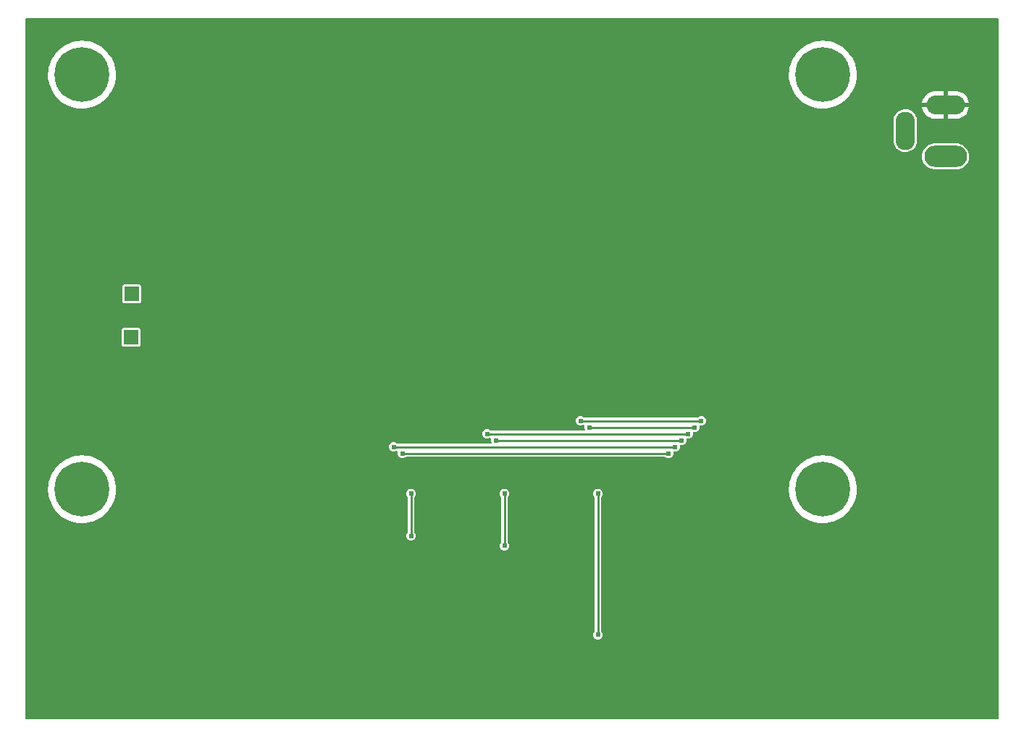
<source format=gbl>
G04 #@! TF.GenerationSoftware,KiCad,Pcbnew,6.0.10-86aedd382b~118~ubuntu18.04.1*
G04 #@! TF.CreationDate,2024-12-31T19:53:44-07:00*
G04 #@! TF.ProjectId,ckt-iiab-test,636b742d-6969-4616-922d-746573742e6b,rev?*
G04 #@! TF.SameCoordinates,Original*
G04 #@! TF.FileFunction,Copper,L2,Bot*
G04 #@! TF.FilePolarity,Positive*
%FSLAX46Y46*%
G04 Gerber Fmt 4.6, Leading zero omitted, Abs format (unit mm)*
G04 Created by KiCad (PCBNEW 6.0.10-86aedd382b~118~ubuntu18.04.1) date 2024-12-31 19:53:44*
%MOMM*%
%LPD*%
G01*
G04 APERTURE LIST*
G04 #@! TA.AperFunction,ComponentPad*
%ADD10C,6.400000*%
G04 #@! TD*
G04 #@! TA.AperFunction,ComponentPad*
%ADD11O,5.000000X2.500000*%
G04 #@! TD*
G04 #@! TA.AperFunction,ComponentPad*
%ADD12O,4.500000X2.250000*%
G04 #@! TD*
G04 #@! TA.AperFunction,ComponentPad*
%ADD13O,2.250000X4.500000*%
G04 #@! TD*
G04 #@! TA.AperFunction,ComponentPad*
%ADD14R,1.700000X1.700000*%
G04 #@! TD*
G04 #@! TA.AperFunction,ViaPad*
%ADD15C,0.609600*%
G04 #@! TD*
G04 #@! TA.AperFunction,Conductor*
%ADD16C,0.254000*%
G04 #@! TD*
G04 APERTURE END LIST*
D10*
X168402000Y-118872000D03*
X168402000Y-70358000D03*
X81788000Y-118872000D03*
X81788000Y-70358000D03*
D11*
X182753000Y-79906000D03*
D12*
X182753000Y-73906000D03*
D13*
X178053000Y-76906000D03*
D14*
X87549990Y-101092000D03*
X87630000Y-96012000D03*
D15*
X182880000Y-99568000D03*
X181610000Y-135890000D03*
X100076000Y-69088000D03*
X136144000Y-121666000D03*
X100076000Y-67437000D03*
X182880000Y-94488000D03*
X167640000Y-135890000D03*
X153670000Y-135890000D03*
X125095000Y-121666000D03*
X142113000Y-135890000D03*
X142113000Y-119380000D03*
X151130000Y-113919000D03*
X118237000Y-113919000D03*
X129159000Y-112395000D03*
X152654000Y-112395000D03*
X154178000Y-110871000D03*
X140081000Y-110871000D03*
X141097000Y-111633000D03*
X153416000Y-111633000D03*
X150368000Y-114681000D03*
X119253000Y-114681000D03*
X120269000Y-124333000D03*
X120269000Y-119380000D03*
X130175000Y-113157000D03*
X151892000Y-113157000D03*
X131191000Y-119380000D03*
X131191000Y-125476000D03*
D16*
X142113000Y-135890000D02*
X142113000Y-119380000D01*
X151130000Y-113919000D02*
X118237000Y-113919000D01*
X152654000Y-112395000D02*
X129159000Y-112395000D01*
X154178000Y-110871000D02*
X140081000Y-110871000D01*
X153416000Y-111633000D02*
X141097000Y-111633000D01*
X150368000Y-114681000D02*
X119253000Y-114681000D01*
X120269000Y-124333000D02*
X120269000Y-119380000D01*
X151892000Y-113157000D02*
X130175000Y-113157000D01*
X131191000Y-125476000D02*
X131191000Y-119380000D01*
G04 #@! TA.AperFunction,Conductor*
G36*
X188917621Y-63774502D02*
G01*
X188964114Y-63828158D01*
X188975500Y-63880500D01*
X188975500Y-145669500D01*
X188955498Y-145737621D01*
X188901842Y-145784114D01*
X188849500Y-145795500D01*
X75310500Y-145795500D01*
X75242379Y-145775498D01*
X75195886Y-145721842D01*
X75184500Y-145669500D01*
X75184500Y-135890000D01*
X141548874Y-135890000D01*
X141568096Y-136036007D01*
X141624453Y-136172063D01*
X141714103Y-136288897D01*
X141830937Y-136378547D01*
X141966993Y-136434904D01*
X141975177Y-136435981D01*
X141975179Y-136435982D01*
X142104812Y-136453048D01*
X142113000Y-136454126D01*
X142121188Y-136453048D01*
X142250821Y-136435982D01*
X142250823Y-136435981D01*
X142259007Y-136434904D01*
X142395063Y-136378547D01*
X142511897Y-136288897D01*
X142601547Y-136172063D01*
X142657904Y-136036007D01*
X142677126Y-135890000D01*
X142657904Y-135743993D01*
X142601547Y-135607937D01*
X142520536Y-135502362D01*
X142494937Y-135436144D01*
X142494500Y-135425660D01*
X142494500Y-119844340D01*
X142514502Y-119776219D01*
X142520527Y-119767650D01*
X142601547Y-119662063D01*
X142657904Y-119526007D01*
X142677126Y-119380000D01*
X142657904Y-119233993D01*
X142601547Y-119097937D01*
X142511897Y-118981103D01*
X142395063Y-118891453D01*
X142259007Y-118835096D01*
X142250823Y-118834019D01*
X142250821Y-118834018D01*
X142121188Y-118816952D01*
X142118575Y-118816608D01*
X164435108Y-118816608D01*
X164435216Y-118819697D01*
X164440911Y-118982773D01*
X164448635Y-119203973D01*
X164449041Y-119207017D01*
X164449042Y-119207027D01*
X164470278Y-119366176D01*
X164499898Y-119588170D01*
X164500598Y-119591154D01*
X164500599Y-119591160D01*
X164557523Y-119833856D01*
X164588407Y-119965530D01*
X164713317Y-120332453D01*
X164873437Y-120685435D01*
X165067238Y-121021108D01*
X165069027Y-121023606D01*
X165069029Y-121023610D01*
X165167615Y-121161313D01*
X165292869Y-121336267D01*
X165548178Y-121627904D01*
X165550426Y-121630015D01*
X165828473Y-121891118D01*
X165828480Y-121891124D01*
X165830728Y-121893235D01*
X165833178Y-121895122D01*
X165833183Y-121895126D01*
X165964477Y-121996236D01*
X166137820Y-122129728D01*
X166140419Y-122131352D01*
X166140429Y-122131359D01*
X166282142Y-122219910D01*
X166466525Y-122335125D01*
X166813704Y-122507467D01*
X167011961Y-122582778D01*
X167173157Y-122644011D01*
X167173162Y-122644013D01*
X167176043Y-122645107D01*
X167550085Y-122746731D01*
X167553128Y-122747246D01*
X167553134Y-122747247D01*
X167929217Y-122810857D01*
X167929224Y-122810858D01*
X167932258Y-122811371D01*
X167935329Y-122811586D01*
X167935331Y-122811586D01*
X168315850Y-122838195D01*
X168315858Y-122838195D01*
X168318916Y-122838409D01*
X168569605Y-122831406D01*
X168703292Y-122827672D01*
X168703295Y-122827672D01*
X168706366Y-122827586D01*
X168709419Y-122827200D01*
X168709423Y-122827200D01*
X168893386Y-122803960D01*
X169090911Y-122779007D01*
X169093915Y-122778325D01*
X169093918Y-122778324D01*
X169465884Y-122693816D01*
X169465890Y-122693814D01*
X169468880Y-122693135D01*
X169613258Y-122645107D01*
X169833742Y-122571762D01*
X169833748Y-122571760D01*
X169836666Y-122570789D01*
X169976439Y-122508558D01*
X170187957Y-122414384D01*
X170187963Y-122414381D01*
X170190757Y-122413137D01*
X170328083Y-122335125D01*
X170525100Y-122223203D01*
X170525099Y-122223203D01*
X170527774Y-122221684D01*
X170658131Y-122129728D01*
X170841970Y-122000045D01*
X170841978Y-122000039D01*
X170844501Y-121998259D01*
X170963982Y-121895126D01*
X171135575Y-121747010D01*
X171137913Y-121744992D01*
X171405211Y-121464302D01*
X171643842Y-121158868D01*
X171645498Y-121156258D01*
X171645504Y-121156250D01*
X171849875Y-120834212D01*
X171849879Y-120834205D01*
X171851529Y-120831605D01*
X172026290Y-120485638D01*
X172027397Y-120482784D01*
X172027401Y-120482775D01*
X172165341Y-120127144D01*
X172165344Y-120127135D01*
X172166456Y-120124268D01*
X172270690Y-119750945D01*
X172337996Y-119369232D01*
X172367732Y-118982773D01*
X172369279Y-118872000D01*
X172367422Y-118834018D01*
X172350495Y-118487934D01*
X172350345Y-118484861D01*
X172293723Y-118101418D01*
X172199954Y-117725330D01*
X172181112Y-117672414D01*
X172070964Y-117363086D01*
X172069932Y-117360187D01*
X171904899Y-117009475D01*
X171706431Y-116676541D01*
X171476421Y-116364563D01*
X171474365Y-116362280D01*
X171474358Y-116362271D01*
X171219134Y-116078816D01*
X171219126Y-116078808D01*
X171217065Y-116076519D01*
X170930839Y-115815159D01*
X170620474Y-115582977D01*
X170567286Y-115550765D01*
X170291562Y-115383780D01*
X170291553Y-115383775D01*
X170288934Y-115382189D01*
X169939382Y-115214712D01*
X169936481Y-115213656D01*
X169578044Y-115083195D01*
X169578041Y-115083194D01*
X169575156Y-115082144D01*
X169572194Y-115081384D01*
X169572186Y-115081381D01*
X169202701Y-114986514D01*
X169202695Y-114986513D01*
X169199732Y-114985752D01*
X168816694Y-114926454D01*
X168429697Y-114904818D01*
X168426619Y-114904947D01*
X168426615Y-114904947D01*
X168175318Y-114915480D01*
X168042435Y-114921049D01*
X168039391Y-114921477D01*
X168039389Y-114921477D01*
X168000617Y-114926926D01*
X167658606Y-114974992D01*
X167281873Y-115066134D01*
X166915831Y-115193603D01*
X166563975Y-115356183D01*
X166229664Y-115552323D01*
X166071505Y-115667232D01*
X165918569Y-115778346D01*
X165918563Y-115778351D01*
X165916088Y-115780149D01*
X165626240Y-116037488D01*
X165624161Y-116039733D01*
X165624154Y-116039740D01*
X165364974Y-116319629D01*
X165362888Y-116321882D01*
X165128545Y-116630618D01*
X164925447Y-116960749D01*
X164755534Y-117309123D01*
X164620427Y-117672414D01*
X164521416Y-118047156D01*
X164459445Y-118429772D01*
X164435108Y-118816608D01*
X142118575Y-118816608D01*
X142113000Y-118815874D01*
X142104812Y-118816952D01*
X141975179Y-118834018D01*
X141975177Y-118834019D01*
X141966993Y-118835096D01*
X141830937Y-118891453D01*
X141714103Y-118981103D01*
X141624453Y-119097937D01*
X141568096Y-119233993D01*
X141548874Y-119380000D01*
X141568096Y-119526007D01*
X141624453Y-119662063D01*
X141705464Y-119767638D01*
X141731063Y-119833856D01*
X141731500Y-119844340D01*
X141731500Y-135425660D01*
X141711498Y-135493781D01*
X141705473Y-135502350D01*
X141624453Y-135607937D01*
X141568096Y-135743993D01*
X141548874Y-135890000D01*
X75184500Y-135890000D01*
X75184500Y-125476000D01*
X130626874Y-125476000D01*
X130646096Y-125622007D01*
X130702453Y-125758063D01*
X130792103Y-125874897D01*
X130908937Y-125964547D01*
X131044993Y-126020904D01*
X131053177Y-126021981D01*
X131053179Y-126021982D01*
X131182812Y-126039048D01*
X131191000Y-126040126D01*
X131199188Y-126039048D01*
X131328821Y-126021982D01*
X131328823Y-126021981D01*
X131337007Y-126020904D01*
X131473063Y-125964547D01*
X131589897Y-125874897D01*
X131679547Y-125758063D01*
X131735904Y-125622007D01*
X131755126Y-125476000D01*
X131735904Y-125329993D01*
X131679547Y-125193937D01*
X131598536Y-125088362D01*
X131572937Y-125022144D01*
X131572500Y-125011660D01*
X131572500Y-119844340D01*
X131592502Y-119776219D01*
X131598527Y-119767650D01*
X131679547Y-119662063D01*
X131735904Y-119526007D01*
X131755126Y-119380000D01*
X131735904Y-119233993D01*
X131679547Y-119097937D01*
X131589897Y-118981103D01*
X131473063Y-118891453D01*
X131337007Y-118835096D01*
X131328823Y-118834019D01*
X131328821Y-118834018D01*
X131199188Y-118816952D01*
X131191000Y-118815874D01*
X131182812Y-118816952D01*
X131053179Y-118834018D01*
X131053177Y-118834019D01*
X131044993Y-118835096D01*
X130908937Y-118891453D01*
X130792103Y-118981103D01*
X130702453Y-119097937D01*
X130646096Y-119233993D01*
X130626874Y-119380000D01*
X130646096Y-119526007D01*
X130702453Y-119662063D01*
X130783464Y-119767638D01*
X130809063Y-119833856D01*
X130809500Y-119844340D01*
X130809500Y-125011660D01*
X130789498Y-125079781D01*
X130783473Y-125088350D01*
X130702453Y-125193937D01*
X130646096Y-125329993D01*
X130626874Y-125476000D01*
X75184500Y-125476000D01*
X75184500Y-124333000D01*
X119704874Y-124333000D01*
X119724096Y-124479007D01*
X119780453Y-124615063D01*
X119870103Y-124731897D01*
X119986937Y-124821547D01*
X120122993Y-124877904D01*
X120131177Y-124878981D01*
X120131179Y-124878982D01*
X120260812Y-124896048D01*
X120269000Y-124897126D01*
X120277188Y-124896048D01*
X120406821Y-124878982D01*
X120406823Y-124878981D01*
X120415007Y-124877904D01*
X120551063Y-124821547D01*
X120667897Y-124731897D01*
X120757547Y-124615063D01*
X120813904Y-124479007D01*
X120833126Y-124333000D01*
X120813904Y-124186993D01*
X120757547Y-124050937D01*
X120676536Y-123945362D01*
X120650937Y-123879144D01*
X120650500Y-123868660D01*
X120650500Y-119844340D01*
X120670502Y-119776219D01*
X120676527Y-119767650D01*
X120757547Y-119662063D01*
X120813904Y-119526007D01*
X120833126Y-119380000D01*
X120813904Y-119233993D01*
X120757547Y-119097937D01*
X120667897Y-118981103D01*
X120551063Y-118891453D01*
X120415007Y-118835096D01*
X120406823Y-118834019D01*
X120406821Y-118834018D01*
X120277188Y-118816952D01*
X120269000Y-118815874D01*
X120260812Y-118816952D01*
X120131179Y-118834018D01*
X120131177Y-118834019D01*
X120122993Y-118835096D01*
X119986937Y-118891453D01*
X119870103Y-118981103D01*
X119780453Y-119097937D01*
X119724096Y-119233993D01*
X119704874Y-119380000D01*
X119724096Y-119526007D01*
X119780453Y-119662063D01*
X119861464Y-119767638D01*
X119887063Y-119833856D01*
X119887500Y-119844340D01*
X119887500Y-123868660D01*
X119867498Y-123936781D01*
X119861473Y-123945350D01*
X119780453Y-124050937D01*
X119724096Y-124186993D01*
X119704874Y-124333000D01*
X75184500Y-124333000D01*
X75184500Y-118816608D01*
X77821108Y-118816608D01*
X77821216Y-118819697D01*
X77826911Y-118982773D01*
X77834635Y-119203973D01*
X77835041Y-119207017D01*
X77835042Y-119207027D01*
X77856278Y-119366176D01*
X77885898Y-119588170D01*
X77886598Y-119591154D01*
X77886599Y-119591160D01*
X77943523Y-119833856D01*
X77974407Y-119965530D01*
X78099317Y-120332453D01*
X78259437Y-120685435D01*
X78453238Y-121021108D01*
X78455027Y-121023606D01*
X78455029Y-121023610D01*
X78553615Y-121161313D01*
X78678869Y-121336267D01*
X78934178Y-121627904D01*
X78936426Y-121630015D01*
X79214473Y-121891118D01*
X79214480Y-121891124D01*
X79216728Y-121893235D01*
X79219178Y-121895122D01*
X79219183Y-121895126D01*
X79350477Y-121996236D01*
X79523820Y-122129728D01*
X79526419Y-122131352D01*
X79526429Y-122131359D01*
X79668142Y-122219910D01*
X79852525Y-122335125D01*
X80199704Y-122507467D01*
X80397961Y-122582778D01*
X80559157Y-122644011D01*
X80559162Y-122644013D01*
X80562043Y-122645107D01*
X80936085Y-122746731D01*
X80939128Y-122747246D01*
X80939134Y-122747247D01*
X81315217Y-122810857D01*
X81315224Y-122810858D01*
X81318258Y-122811371D01*
X81321329Y-122811586D01*
X81321331Y-122811586D01*
X81701850Y-122838195D01*
X81701858Y-122838195D01*
X81704916Y-122838409D01*
X81955605Y-122831406D01*
X82089292Y-122827672D01*
X82089295Y-122827672D01*
X82092366Y-122827586D01*
X82095419Y-122827200D01*
X82095423Y-122827200D01*
X82279386Y-122803960D01*
X82476911Y-122779007D01*
X82479915Y-122778325D01*
X82479918Y-122778324D01*
X82851884Y-122693816D01*
X82851890Y-122693814D01*
X82854880Y-122693135D01*
X82999258Y-122645107D01*
X83219742Y-122571762D01*
X83219748Y-122571760D01*
X83222666Y-122570789D01*
X83362439Y-122508558D01*
X83573957Y-122414384D01*
X83573963Y-122414381D01*
X83576757Y-122413137D01*
X83714083Y-122335125D01*
X83911100Y-122223203D01*
X83911099Y-122223203D01*
X83913774Y-122221684D01*
X84044131Y-122129728D01*
X84227970Y-122000045D01*
X84227978Y-122000039D01*
X84230501Y-121998259D01*
X84349982Y-121895126D01*
X84521575Y-121747010D01*
X84523913Y-121744992D01*
X84791211Y-121464302D01*
X85029842Y-121158868D01*
X85031498Y-121156258D01*
X85031504Y-121156250D01*
X85235875Y-120834212D01*
X85235879Y-120834205D01*
X85237529Y-120831605D01*
X85412290Y-120485638D01*
X85413397Y-120482784D01*
X85413401Y-120482775D01*
X85551341Y-120127144D01*
X85551344Y-120127135D01*
X85552456Y-120124268D01*
X85656690Y-119750945D01*
X85723996Y-119369232D01*
X85753732Y-118982773D01*
X85755279Y-118872000D01*
X85753422Y-118834018D01*
X85736495Y-118487934D01*
X85736345Y-118484861D01*
X85679723Y-118101418D01*
X85585954Y-117725330D01*
X85567112Y-117672414D01*
X85456964Y-117363086D01*
X85455932Y-117360187D01*
X85290899Y-117009475D01*
X85092431Y-116676541D01*
X84862421Y-116364563D01*
X84860365Y-116362280D01*
X84860358Y-116362271D01*
X84605134Y-116078816D01*
X84605126Y-116078808D01*
X84603065Y-116076519D01*
X84316839Y-115815159D01*
X84006474Y-115582977D01*
X83953286Y-115550765D01*
X83677562Y-115383780D01*
X83677553Y-115383775D01*
X83674934Y-115382189D01*
X83325382Y-115214712D01*
X83322481Y-115213656D01*
X82964044Y-115083195D01*
X82964041Y-115083194D01*
X82961156Y-115082144D01*
X82958194Y-115081384D01*
X82958186Y-115081381D01*
X82588701Y-114986514D01*
X82588695Y-114986513D01*
X82585732Y-114985752D01*
X82202694Y-114926454D01*
X81815697Y-114904818D01*
X81812619Y-114904947D01*
X81812615Y-114904947D01*
X81561318Y-114915480D01*
X81428435Y-114921049D01*
X81425391Y-114921477D01*
X81425389Y-114921477D01*
X81386617Y-114926926D01*
X81044606Y-114974992D01*
X80667873Y-115066134D01*
X80301831Y-115193603D01*
X79949975Y-115356183D01*
X79615664Y-115552323D01*
X79457505Y-115667232D01*
X79304569Y-115778346D01*
X79304563Y-115778351D01*
X79302088Y-115780149D01*
X79012240Y-116037488D01*
X79010161Y-116039733D01*
X79010154Y-116039740D01*
X78750974Y-116319629D01*
X78748888Y-116321882D01*
X78514545Y-116630618D01*
X78311447Y-116960749D01*
X78141534Y-117309123D01*
X78006427Y-117672414D01*
X77907416Y-118047156D01*
X77845445Y-118429772D01*
X77821108Y-118816608D01*
X75184500Y-118816608D01*
X75184500Y-113919000D01*
X117672874Y-113919000D01*
X117692096Y-114065007D01*
X117748453Y-114201063D01*
X117838103Y-114317897D01*
X117954937Y-114407547D01*
X118090993Y-114463904D01*
X118099177Y-114464981D01*
X118099179Y-114464982D01*
X118228812Y-114482048D01*
X118237000Y-114483126D01*
X118245188Y-114482048D01*
X118374821Y-114464982D01*
X118374823Y-114464981D01*
X118383007Y-114463904D01*
X118519063Y-114407547D01*
X118522904Y-114404600D01*
X118590361Y-114388234D01*
X118657453Y-114411453D01*
X118701342Y-114467260D01*
X118707806Y-114534955D01*
X118708096Y-114534993D01*
X118688874Y-114681000D01*
X118708096Y-114827007D01*
X118764453Y-114963063D01*
X118854103Y-115079897D01*
X118970937Y-115169547D01*
X119106993Y-115225904D01*
X119115177Y-115226981D01*
X119115179Y-115226982D01*
X119244812Y-115244048D01*
X119253000Y-115245126D01*
X119261188Y-115244048D01*
X119390821Y-115226982D01*
X119390823Y-115226981D01*
X119399007Y-115225904D01*
X119535063Y-115169547D01*
X119640638Y-115088536D01*
X119706856Y-115062937D01*
X119717340Y-115062500D01*
X149903660Y-115062500D01*
X149971781Y-115082502D01*
X149980350Y-115088527D01*
X150085937Y-115169547D01*
X150221993Y-115225904D01*
X150230177Y-115226981D01*
X150230179Y-115226982D01*
X150359812Y-115244048D01*
X150368000Y-115245126D01*
X150376188Y-115244048D01*
X150505821Y-115226982D01*
X150505823Y-115226981D01*
X150514007Y-115225904D01*
X150650063Y-115169547D01*
X150766897Y-115079897D01*
X150856547Y-114963063D01*
X150912904Y-114827007D01*
X150932126Y-114681000D01*
X150923559Y-114615927D01*
X150934498Y-114545779D01*
X150981626Y-114492680D01*
X151049980Y-114473490D01*
X151064926Y-114474559D01*
X151130000Y-114483126D01*
X151138188Y-114482048D01*
X151267821Y-114464982D01*
X151267823Y-114464981D01*
X151276007Y-114463904D01*
X151412063Y-114407547D01*
X151528897Y-114317897D01*
X151618547Y-114201063D01*
X151674904Y-114065007D01*
X151694126Y-113919000D01*
X151685559Y-113853927D01*
X151696498Y-113783779D01*
X151743626Y-113730680D01*
X151811980Y-113711490D01*
X151826926Y-113712559D01*
X151892000Y-113721126D01*
X151900188Y-113720048D01*
X152029821Y-113702982D01*
X152029823Y-113702981D01*
X152038007Y-113701904D01*
X152174063Y-113645547D01*
X152290897Y-113555897D01*
X152380547Y-113439063D01*
X152436904Y-113303007D01*
X152456126Y-113157000D01*
X152447559Y-113091927D01*
X152458498Y-113021779D01*
X152505626Y-112968680D01*
X152573980Y-112949490D01*
X152588926Y-112950559D01*
X152654000Y-112959126D01*
X152662188Y-112958048D01*
X152791821Y-112940982D01*
X152791823Y-112940981D01*
X152800007Y-112939904D01*
X152936063Y-112883547D01*
X153052897Y-112793897D01*
X153142547Y-112677063D01*
X153198904Y-112541007D01*
X153218126Y-112395000D01*
X153209559Y-112329927D01*
X153220498Y-112259779D01*
X153267626Y-112206680D01*
X153335980Y-112187490D01*
X153350926Y-112188559D01*
X153416000Y-112197126D01*
X153424188Y-112196048D01*
X153553821Y-112178982D01*
X153553823Y-112178981D01*
X153562007Y-112177904D01*
X153698063Y-112121547D01*
X153814897Y-112031897D01*
X153904547Y-111915063D01*
X153960904Y-111779007D01*
X153980126Y-111633000D01*
X153971559Y-111567927D01*
X153982498Y-111497779D01*
X154029626Y-111444680D01*
X154097980Y-111425490D01*
X154112926Y-111426559D01*
X154178000Y-111435126D01*
X154186188Y-111434048D01*
X154315821Y-111416982D01*
X154315823Y-111416981D01*
X154324007Y-111415904D01*
X154460063Y-111359547D01*
X154576897Y-111269897D01*
X154666547Y-111153063D01*
X154722904Y-111017007D01*
X154742126Y-110871000D01*
X154722904Y-110724993D01*
X154666547Y-110588937D01*
X154576897Y-110472103D01*
X154460063Y-110382453D01*
X154324007Y-110326096D01*
X154315823Y-110325019D01*
X154315821Y-110325018D01*
X154186188Y-110307952D01*
X154178000Y-110306874D01*
X154169812Y-110307952D01*
X154040179Y-110325018D01*
X154040177Y-110325019D01*
X154031993Y-110326096D01*
X153895937Y-110382453D01*
X153790362Y-110463464D01*
X153724144Y-110489063D01*
X153713660Y-110489500D01*
X140545340Y-110489500D01*
X140477219Y-110469498D01*
X140468650Y-110463473D01*
X140363063Y-110382453D01*
X140227007Y-110326096D01*
X140218823Y-110325019D01*
X140218821Y-110325018D01*
X140089188Y-110307952D01*
X140081000Y-110306874D01*
X140072812Y-110307952D01*
X139943179Y-110325018D01*
X139943177Y-110325019D01*
X139934993Y-110326096D01*
X139798937Y-110382453D01*
X139682103Y-110472103D01*
X139592453Y-110588937D01*
X139536096Y-110724993D01*
X139516874Y-110871000D01*
X139536096Y-111017007D01*
X139592453Y-111153063D01*
X139682103Y-111269897D01*
X139798937Y-111359547D01*
X139934993Y-111415904D01*
X139943177Y-111416981D01*
X139943179Y-111416982D01*
X140072812Y-111434048D01*
X140081000Y-111435126D01*
X140089188Y-111434048D01*
X140218821Y-111416982D01*
X140218823Y-111416981D01*
X140227007Y-111415904D01*
X140363063Y-111359547D01*
X140366904Y-111356600D01*
X140434361Y-111340234D01*
X140501453Y-111363453D01*
X140545342Y-111419260D01*
X140551806Y-111486955D01*
X140552096Y-111486993D01*
X140532874Y-111633000D01*
X140552096Y-111779007D01*
X140555255Y-111786633D01*
X140555257Y-111786640D01*
X140577062Y-111839281D01*
X140584652Y-111909870D01*
X140552874Y-111973358D01*
X140491816Y-112009586D01*
X140460654Y-112013500D01*
X129623340Y-112013500D01*
X129555219Y-111993498D01*
X129546650Y-111987473D01*
X129441063Y-111906453D01*
X129305007Y-111850096D01*
X129296823Y-111849019D01*
X129296821Y-111849018D01*
X129167188Y-111831952D01*
X129159000Y-111830874D01*
X129150812Y-111831952D01*
X129021179Y-111849018D01*
X129021177Y-111849019D01*
X129012993Y-111850096D01*
X128876937Y-111906453D01*
X128760103Y-111996103D01*
X128670453Y-112112937D01*
X128614096Y-112248993D01*
X128594874Y-112395000D01*
X128614096Y-112541007D01*
X128670453Y-112677063D01*
X128760103Y-112793897D01*
X128876937Y-112883547D01*
X129012993Y-112939904D01*
X129021177Y-112940981D01*
X129021179Y-112940982D01*
X129150812Y-112958048D01*
X129159000Y-112959126D01*
X129167188Y-112958048D01*
X129296821Y-112940982D01*
X129296823Y-112940981D01*
X129305007Y-112939904D01*
X129441063Y-112883547D01*
X129444904Y-112880600D01*
X129512361Y-112864234D01*
X129579453Y-112887453D01*
X129623342Y-112943260D01*
X129629806Y-113010955D01*
X129630096Y-113010993D01*
X129610874Y-113157000D01*
X129630096Y-113303007D01*
X129633255Y-113310633D01*
X129633257Y-113310640D01*
X129655062Y-113363281D01*
X129662652Y-113433870D01*
X129630874Y-113497358D01*
X129569816Y-113533586D01*
X129538654Y-113537500D01*
X118701340Y-113537500D01*
X118633219Y-113517498D01*
X118624650Y-113511473D01*
X118519063Y-113430453D01*
X118383007Y-113374096D01*
X118374823Y-113373019D01*
X118374821Y-113373018D01*
X118245188Y-113355952D01*
X118237000Y-113354874D01*
X118228812Y-113355952D01*
X118099179Y-113373018D01*
X118099177Y-113373019D01*
X118090993Y-113374096D01*
X117954937Y-113430453D01*
X117838103Y-113520103D01*
X117748453Y-113636937D01*
X117692096Y-113772993D01*
X117672874Y-113919000D01*
X75184500Y-113919000D01*
X75184500Y-100216933D01*
X86445490Y-100216933D01*
X86445491Y-101967066D01*
X86460256Y-102041301D01*
X86516506Y-102125484D01*
X86600689Y-102181734D01*
X86674923Y-102196500D01*
X87549848Y-102196500D01*
X88425056Y-102196499D01*
X88460808Y-102189388D01*
X88487116Y-102184156D01*
X88487118Y-102184155D01*
X88499291Y-102181734D01*
X88509611Y-102174839D01*
X88509612Y-102174838D01*
X88573158Y-102132377D01*
X88583474Y-102125484D01*
X88639724Y-102041301D01*
X88654490Y-101967067D01*
X88654489Y-100216934D01*
X88639724Y-100142699D01*
X88583474Y-100058516D01*
X88499291Y-100002266D01*
X88425057Y-99987500D01*
X87550132Y-99987500D01*
X86674924Y-99987501D01*
X86639172Y-99994612D01*
X86612864Y-99999844D01*
X86612862Y-99999845D01*
X86600689Y-100002266D01*
X86590369Y-100009161D01*
X86590368Y-100009162D01*
X86529975Y-100049516D01*
X86516506Y-100058516D01*
X86460256Y-100142699D01*
X86445490Y-100216933D01*
X75184500Y-100216933D01*
X75184500Y-95136933D01*
X86525500Y-95136933D01*
X86525501Y-96887066D01*
X86540266Y-96961301D01*
X86596516Y-97045484D01*
X86680699Y-97101734D01*
X86754933Y-97116500D01*
X87629858Y-97116500D01*
X88505066Y-97116499D01*
X88540818Y-97109388D01*
X88567126Y-97104156D01*
X88567128Y-97104155D01*
X88579301Y-97101734D01*
X88589621Y-97094839D01*
X88589622Y-97094838D01*
X88653168Y-97052377D01*
X88663484Y-97045484D01*
X88719734Y-96961301D01*
X88734500Y-96887067D01*
X88734499Y-95136934D01*
X88719734Y-95062699D01*
X88663484Y-94978516D01*
X88579301Y-94922266D01*
X88505067Y-94907500D01*
X87630142Y-94907500D01*
X86754934Y-94907501D01*
X86719182Y-94914612D01*
X86692874Y-94919844D01*
X86692872Y-94919845D01*
X86680699Y-94922266D01*
X86670379Y-94929161D01*
X86670378Y-94929162D01*
X86609985Y-94969516D01*
X86596516Y-94978516D01*
X86540266Y-95062699D01*
X86525500Y-95136933D01*
X75184500Y-95136933D01*
X75184500Y-79958677D01*
X179994524Y-79958677D01*
X180022351Y-80199176D01*
X180088271Y-80432133D01*
X180190589Y-80651553D01*
X180193430Y-80655733D01*
X180193432Y-80655737D01*
X180271997Y-80771342D01*
X180326671Y-80851793D01*
X180330148Y-80855470D01*
X180330153Y-80855476D01*
X180420114Y-80950606D01*
X180493018Y-81027699D01*
X180685348Y-81174747D01*
X180898715Y-81289153D01*
X180903496Y-81290799D01*
X180903500Y-81290801D01*
X181035502Y-81336253D01*
X181127629Y-81367975D01*
X181227763Y-81385271D01*
X181362290Y-81408508D01*
X181362296Y-81408509D01*
X181366200Y-81409183D01*
X181370161Y-81409363D01*
X181370162Y-81409363D01*
X181393784Y-81410436D01*
X181393803Y-81410436D01*
X181395203Y-81410500D01*
X184063841Y-81410500D01*
X184066349Y-81410298D01*
X184066354Y-81410298D01*
X184239283Y-81396385D01*
X184239288Y-81396384D01*
X184244324Y-81395979D01*
X184249232Y-81394774D01*
X184249235Y-81394773D01*
X184474525Y-81339436D01*
X184479439Y-81338229D01*
X184484091Y-81336254D01*
X184484095Y-81336253D01*
X184697642Y-81245607D01*
X184697643Y-81245607D01*
X184702297Y-81243631D01*
X184907163Y-81114620D01*
X185088768Y-80954514D01*
X185242439Y-80767432D01*
X185364222Y-80558188D01*
X185366035Y-80553465D01*
X185449169Y-80336894D01*
X185449170Y-80336891D01*
X185450984Y-80332165D01*
X185500493Y-80095177D01*
X185511476Y-79853323D01*
X185483649Y-79612824D01*
X185424889Y-79405168D01*
X185419107Y-79384736D01*
X185419106Y-79384734D01*
X185417729Y-79379867D01*
X185315411Y-79160447D01*
X185309956Y-79152419D01*
X185182178Y-78964399D01*
X185182177Y-78964398D01*
X185179329Y-78960207D01*
X185175852Y-78956530D01*
X185175847Y-78956524D01*
X185016461Y-78787980D01*
X185016462Y-78787980D01*
X185012982Y-78784301D01*
X184820652Y-78637253D01*
X184781704Y-78616369D01*
X184611746Y-78525239D01*
X184607285Y-78522847D01*
X184602504Y-78521201D01*
X184602500Y-78521199D01*
X184383160Y-78445674D01*
X184378371Y-78444025D01*
X184278237Y-78426729D01*
X184143710Y-78403492D01*
X184143704Y-78403491D01*
X184139800Y-78402817D01*
X184135839Y-78402637D01*
X184135838Y-78402637D01*
X184112216Y-78401564D01*
X184112197Y-78401564D01*
X184110797Y-78401500D01*
X181442159Y-78401500D01*
X181439651Y-78401702D01*
X181439646Y-78401702D01*
X181266717Y-78415615D01*
X181266712Y-78415616D01*
X181261676Y-78416021D01*
X181256768Y-78417226D01*
X181256765Y-78417227D01*
X181140951Y-78445674D01*
X181026561Y-78473771D01*
X181021909Y-78475746D01*
X181021905Y-78475747D01*
X180905310Y-78525239D01*
X180803703Y-78568369D01*
X180598837Y-78697380D01*
X180417232Y-78857486D01*
X180263561Y-79044568D01*
X180261019Y-79048936D01*
X180168636Y-79207666D01*
X180141778Y-79253812D01*
X180139965Y-79258535D01*
X180095149Y-79375286D01*
X180055016Y-79479835D01*
X180005507Y-79716823D01*
X179994524Y-79958677D01*
X75184500Y-79958677D01*
X75184500Y-78089786D01*
X176673500Y-78089786D01*
X176688305Y-78264272D01*
X176689645Y-78269436D01*
X176689646Y-78269440D01*
X176742368Y-78472564D01*
X176747120Y-78490873D01*
X176749312Y-78495739D01*
X176840145Y-78697380D01*
X176843273Y-78704325D01*
X176974016Y-78898525D01*
X177135610Y-79067920D01*
X177323436Y-79207666D01*
X177532122Y-79313768D01*
X177755702Y-79383191D01*
X177760989Y-79383892D01*
X177760990Y-79383892D01*
X177982498Y-79413251D01*
X177982502Y-79413251D01*
X177987782Y-79413951D01*
X177993111Y-79413751D01*
X177993113Y-79413751D01*
X178104755Y-79409559D01*
X178221727Y-79405168D01*
X178450847Y-79357094D01*
X178455803Y-79355137D01*
X178455809Y-79355135D01*
X178663627Y-79273063D01*
X178663629Y-79273062D01*
X178668592Y-79271102D01*
X178704284Y-79249444D01*
X178864175Y-79152419D01*
X178864174Y-79152419D01*
X178868735Y-79149652D01*
X178962923Y-79067920D01*
X179041521Y-78999717D01*
X179041523Y-78999715D01*
X179045554Y-78996217D01*
X179080528Y-78953563D01*
X179190609Y-78819311D01*
X179190613Y-78819305D01*
X179193993Y-78815183D01*
X179309807Y-78611726D01*
X179389685Y-78391665D01*
X179390635Y-78386413D01*
X179430606Y-78165376D01*
X179430607Y-78165368D01*
X179431344Y-78161292D01*
X179432500Y-78136777D01*
X179432500Y-75722214D01*
X179417695Y-75547728D01*
X179414996Y-75537329D01*
X179360221Y-75326292D01*
X179360219Y-75326288D01*
X179358880Y-75321127D01*
X179348004Y-75296984D01*
X179264917Y-75112536D01*
X179264916Y-75112533D01*
X179262727Y-75107675D01*
X179131984Y-74913475D01*
X179085368Y-74864608D01*
X178974077Y-74747945D01*
X178970390Y-74744080D01*
X178837336Y-74645085D01*
X178786842Y-74607517D01*
X178786843Y-74607517D01*
X178782564Y-74604334D01*
X178573878Y-74498232D01*
X178350298Y-74428809D01*
X178345011Y-74428108D01*
X178345010Y-74428108D01*
X178123502Y-74398749D01*
X178123498Y-74398749D01*
X178118218Y-74398049D01*
X178112889Y-74398249D01*
X178112887Y-74398249D01*
X178001245Y-74402441D01*
X177884273Y-74406832D01*
X177655153Y-74454906D01*
X177650197Y-74456863D01*
X177650191Y-74456865D01*
X177442373Y-74538937D01*
X177442371Y-74538938D01*
X177437408Y-74540898D01*
X177432849Y-74543665D01*
X177432846Y-74543666D01*
X177283171Y-74634492D01*
X177237265Y-74662348D01*
X177233235Y-74665845D01*
X177138623Y-74747945D01*
X177060446Y-74815783D01*
X177057059Y-74819914D01*
X176915391Y-74992689D01*
X176915387Y-74992695D01*
X176912007Y-74996817D01*
X176796193Y-75200274D01*
X176716315Y-75420335D01*
X176715366Y-75425584D01*
X176715365Y-75425587D01*
X176675394Y-75646624D01*
X176675393Y-75646632D01*
X176674656Y-75650708D01*
X176673500Y-75675223D01*
X176673500Y-78089786D01*
X75184500Y-78089786D01*
X75184500Y-70302608D01*
X77821108Y-70302608D01*
X77821216Y-70305697D01*
X77826911Y-70468773D01*
X77834635Y-70689973D01*
X77885898Y-71074170D01*
X77886598Y-71077154D01*
X77886599Y-71077160D01*
X77924772Y-71239911D01*
X77974407Y-71451530D01*
X78099317Y-71818453D01*
X78259437Y-72171435D01*
X78453238Y-72507108D01*
X78455027Y-72509606D01*
X78455029Y-72509610D01*
X78628191Y-72751480D01*
X78678869Y-72822267D01*
X78934178Y-73113904D01*
X78936426Y-73116015D01*
X79214473Y-73377118D01*
X79214480Y-73377124D01*
X79216728Y-73379235D01*
X79219178Y-73381122D01*
X79219183Y-73381126D01*
X79237513Y-73395242D01*
X79523820Y-73615728D01*
X79526419Y-73617352D01*
X79526429Y-73617359D01*
X79668142Y-73705910D01*
X79852525Y-73821125D01*
X80199704Y-73993467D01*
X80397961Y-74068778D01*
X80559157Y-74130011D01*
X80559162Y-74130013D01*
X80562043Y-74131107D01*
X80936085Y-74232731D01*
X80939128Y-74233246D01*
X80939134Y-74233247D01*
X81315217Y-74296857D01*
X81315224Y-74296858D01*
X81318258Y-74297371D01*
X81321329Y-74297586D01*
X81321331Y-74297586D01*
X81701850Y-74324195D01*
X81701858Y-74324195D01*
X81704916Y-74324409D01*
X81955605Y-74317406D01*
X82089292Y-74313672D01*
X82089295Y-74313672D01*
X82092366Y-74313586D01*
X82095419Y-74313200D01*
X82095423Y-74313200D01*
X82279386Y-74289960D01*
X82476911Y-74265007D01*
X82479915Y-74264325D01*
X82479918Y-74264324D01*
X82851884Y-74179816D01*
X82851890Y-74179814D01*
X82854880Y-74179135D01*
X82898950Y-74164475D01*
X83219742Y-74057762D01*
X83219748Y-74057760D01*
X83222666Y-74056789D01*
X83362439Y-73994558D01*
X83573957Y-73900384D01*
X83573963Y-73900381D01*
X83576757Y-73899137D01*
X83714083Y-73821125D01*
X83911100Y-73709203D01*
X83911099Y-73709203D01*
X83913774Y-73707684D01*
X83992712Y-73652000D01*
X84227970Y-73486045D01*
X84227978Y-73486039D01*
X84230501Y-73484259D01*
X84322756Y-73404627D01*
X84521575Y-73233010D01*
X84523913Y-73230992D01*
X84791211Y-72950302D01*
X85029842Y-72644868D01*
X85031498Y-72642258D01*
X85031504Y-72642250D01*
X85235875Y-72320212D01*
X85235879Y-72320205D01*
X85237529Y-72317605D01*
X85252621Y-72287729D01*
X85410905Y-71974379D01*
X85412290Y-71971638D01*
X85413397Y-71968784D01*
X85413401Y-71968775D01*
X85551341Y-71613144D01*
X85551344Y-71613135D01*
X85552456Y-71610268D01*
X85656690Y-71236945D01*
X85723996Y-70855232D01*
X85753732Y-70468773D01*
X85755279Y-70358000D01*
X85752570Y-70302608D01*
X164435108Y-70302608D01*
X164435216Y-70305697D01*
X164440911Y-70468773D01*
X164448635Y-70689973D01*
X164499898Y-71074170D01*
X164500598Y-71077154D01*
X164500599Y-71077160D01*
X164538772Y-71239911D01*
X164588407Y-71451530D01*
X164713317Y-71818453D01*
X164873437Y-72171435D01*
X165067238Y-72507108D01*
X165069027Y-72509606D01*
X165069029Y-72509610D01*
X165242191Y-72751480D01*
X165292869Y-72822267D01*
X165548178Y-73113904D01*
X165550426Y-73116015D01*
X165828473Y-73377118D01*
X165828480Y-73377124D01*
X165830728Y-73379235D01*
X165833178Y-73381122D01*
X165833183Y-73381126D01*
X165851513Y-73395242D01*
X166137820Y-73615728D01*
X166140419Y-73617352D01*
X166140429Y-73617359D01*
X166282142Y-73705910D01*
X166466525Y-73821125D01*
X166813704Y-73993467D01*
X167011961Y-74068778D01*
X167173157Y-74130011D01*
X167173162Y-74130013D01*
X167176043Y-74131107D01*
X167550085Y-74232731D01*
X167553128Y-74233246D01*
X167553134Y-74233247D01*
X167929217Y-74296857D01*
X167929224Y-74296858D01*
X167932258Y-74297371D01*
X167935329Y-74297586D01*
X167935331Y-74297586D01*
X168315850Y-74324195D01*
X168315858Y-74324195D01*
X168318916Y-74324409D01*
X168569605Y-74317406D01*
X168703292Y-74313672D01*
X168703295Y-74313672D01*
X168706366Y-74313586D01*
X168709419Y-74313200D01*
X168709423Y-74313200D01*
X168893386Y-74289960D01*
X169090911Y-74265007D01*
X169093915Y-74264325D01*
X169093918Y-74264324D01*
X169465884Y-74179816D01*
X169465890Y-74179814D01*
X169468880Y-74179135D01*
X169494294Y-74170681D01*
X180012142Y-74170681D01*
X180068967Y-74407373D01*
X180072016Y-74416758D01*
X180166592Y-74645085D01*
X180171073Y-74653879D01*
X180300208Y-74864608D01*
X180306001Y-74872581D01*
X180466516Y-75060520D01*
X180473480Y-75067484D01*
X180661419Y-75227999D01*
X180669392Y-75233792D01*
X180880121Y-75362927D01*
X180888915Y-75367408D01*
X181117242Y-75461984D01*
X181126627Y-75465033D01*
X181366940Y-75522728D01*
X181376687Y-75524271D01*
X181561376Y-75538807D01*
X181566302Y-75539000D01*
X182480885Y-75539000D01*
X182496124Y-75534525D01*
X182497329Y-75533135D01*
X182499000Y-75525452D01*
X182499000Y-75520885D01*
X183007000Y-75520885D01*
X183011475Y-75536124D01*
X183012865Y-75537329D01*
X183020548Y-75539000D01*
X183939698Y-75539000D01*
X183944624Y-75538807D01*
X184129313Y-75524271D01*
X184139060Y-75522728D01*
X184379373Y-75465033D01*
X184388758Y-75461984D01*
X184617085Y-75367408D01*
X184625879Y-75362927D01*
X184836608Y-75233792D01*
X184844581Y-75227999D01*
X185032520Y-75067484D01*
X185039484Y-75060520D01*
X185199999Y-74872581D01*
X185205792Y-74864608D01*
X185334927Y-74653879D01*
X185339408Y-74645085D01*
X185433984Y-74416758D01*
X185437033Y-74407373D01*
X185493447Y-74172392D01*
X185491469Y-74162971D01*
X185480002Y-74160000D01*
X183025115Y-74160000D01*
X183009876Y-74164475D01*
X183008671Y-74165865D01*
X183007000Y-74173548D01*
X183007000Y-75520885D01*
X182499000Y-75520885D01*
X182499000Y-74178115D01*
X182494525Y-74162876D01*
X182493135Y-74161671D01*
X182485452Y-74160000D01*
X180028055Y-74160000D01*
X180013262Y-74164344D01*
X180012142Y-74170681D01*
X169494294Y-74170681D01*
X169512950Y-74164475D01*
X169833742Y-74057762D01*
X169833748Y-74057760D01*
X169836666Y-74056789D01*
X169976439Y-73994558D01*
X170187957Y-73900384D01*
X170187963Y-73900381D01*
X170190757Y-73899137D01*
X170328083Y-73821125D01*
X170525100Y-73709203D01*
X170525099Y-73709203D01*
X170527774Y-73707684D01*
X170606712Y-73652000D01*
X170624279Y-73639608D01*
X180012553Y-73639608D01*
X180014531Y-73649029D01*
X180025998Y-73652000D01*
X182480885Y-73652000D01*
X182496124Y-73647525D01*
X182497329Y-73646135D01*
X182499000Y-73638452D01*
X182499000Y-73633885D01*
X183007000Y-73633885D01*
X183011475Y-73649124D01*
X183012865Y-73650329D01*
X183020548Y-73652000D01*
X185477945Y-73652000D01*
X185492738Y-73647656D01*
X185493858Y-73641319D01*
X185437033Y-73404627D01*
X185433984Y-73395242D01*
X185339408Y-73166915D01*
X185334927Y-73158121D01*
X185205792Y-72947392D01*
X185199999Y-72939419D01*
X185039484Y-72751480D01*
X185032520Y-72744516D01*
X184844581Y-72584001D01*
X184836608Y-72578208D01*
X184625879Y-72449073D01*
X184617085Y-72444592D01*
X184388758Y-72350016D01*
X184379373Y-72346967D01*
X184139060Y-72289272D01*
X184129313Y-72287729D01*
X183944624Y-72273193D01*
X183939697Y-72273000D01*
X183025115Y-72273000D01*
X183009876Y-72277475D01*
X183008671Y-72278865D01*
X183007000Y-72286548D01*
X183007000Y-73633885D01*
X182499000Y-73633885D01*
X182499000Y-72291115D01*
X182494525Y-72275876D01*
X182493135Y-72274671D01*
X182485452Y-72273000D01*
X181566303Y-72273000D01*
X181561376Y-72273193D01*
X181376687Y-72287729D01*
X181366940Y-72289272D01*
X181126627Y-72346967D01*
X181117242Y-72350016D01*
X180888915Y-72444592D01*
X180880121Y-72449073D01*
X180669392Y-72578208D01*
X180661419Y-72584001D01*
X180473480Y-72744516D01*
X180466516Y-72751480D01*
X180306001Y-72939419D01*
X180300208Y-72947392D01*
X180171073Y-73158121D01*
X180166592Y-73166915D01*
X180072016Y-73395242D01*
X180068967Y-73404627D01*
X180012553Y-73639608D01*
X170624279Y-73639608D01*
X170841970Y-73486045D01*
X170841978Y-73486039D01*
X170844501Y-73484259D01*
X170936756Y-73404627D01*
X171135575Y-73233010D01*
X171137913Y-73230992D01*
X171405211Y-72950302D01*
X171643842Y-72644868D01*
X171645498Y-72642258D01*
X171645504Y-72642250D01*
X171849875Y-72320212D01*
X171849879Y-72320205D01*
X171851529Y-72317605D01*
X171866621Y-72287729D01*
X172024905Y-71974379D01*
X172026290Y-71971638D01*
X172027397Y-71968784D01*
X172027401Y-71968775D01*
X172165341Y-71613144D01*
X172165344Y-71613135D01*
X172166456Y-71610268D01*
X172270690Y-71236945D01*
X172337996Y-70855232D01*
X172367732Y-70468773D01*
X172369279Y-70358000D01*
X172350345Y-69970861D01*
X172293723Y-69587418D01*
X172199954Y-69211330D01*
X172181112Y-69158414D01*
X172070964Y-68849086D01*
X172069932Y-68846187D01*
X171904899Y-68495475D01*
X171706431Y-68162541D01*
X171476421Y-67850563D01*
X171474365Y-67848280D01*
X171474358Y-67848271D01*
X171219134Y-67564816D01*
X171219126Y-67564808D01*
X171217065Y-67562519D01*
X170930839Y-67301159D01*
X170620474Y-67068977D01*
X170567286Y-67036765D01*
X170291562Y-66869780D01*
X170291553Y-66869775D01*
X170288934Y-66868189D01*
X169939382Y-66700712D01*
X169936481Y-66699656D01*
X169578044Y-66569195D01*
X169578041Y-66569194D01*
X169575156Y-66568144D01*
X169572194Y-66567384D01*
X169572186Y-66567381D01*
X169202701Y-66472514D01*
X169202695Y-66472513D01*
X169199732Y-66471752D01*
X168816694Y-66412454D01*
X168429697Y-66390818D01*
X168426619Y-66390947D01*
X168426615Y-66390947D01*
X168175318Y-66401480D01*
X168042435Y-66407049D01*
X168039391Y-66407477D01*
X168039389Y-66407477D01*
X168000617Y-66412926D01*
X167658606Y-66460992D01*
X167281873Y-66552134D01*
X166915831Y-66679603D01*
X166563975Y-66842183D01*
X166229664Y-67038323D01*
X166071505Y-67153232D01*
X165918569Y-67264346D01*
X165918563Y-67264351D01*
X165916088Y-67266149D01*
X165626240Y-67523488D01*
X165624161Y-67525733D01*
X165624154Y-67525740D01*
X165364974Y-67805629D01*
X165362888Y-67807882D01*
X165128545Y-68116618D01*
X164925447Y-68446749D01*
X164755534Y-68795123D01*
X164620427Y-69158414D01*
X164521416Y-69533156D01*
X164459445Y-69915772D01*
X164435108Y-70302608D01*
X85752570Y-70302608D01*
X85736345Y-69970861D01*
X85679723Y-69587418D01*
X85585954Y-69211330D01*
X85567112Y-69158414D01*
X85456964Y-68849086D01*
X85455932Y-68846187D01*
X85290899Y-68495475D01*
X85092431Y-68162541D01*
X84862421Y-67850563D01*
X84860365Y-67848280D01*
X84860358Y-67848271D01*
X84605134Y-67564816D01*
X84605126Y-67564808D01*
X84603065Y-67562519D01*
X84316839Y-67301159D01*
X84006474Y-67068977D01*
X83953286Y-67036765D01*
X83677562Y-66869780D01*
X83677553Y-66869775D01*
X83674934Y-66868189D01*
X83325382Y-66700712D01*
X83322481Y-66699656D01*
X82964044Y-66569195D01*
X82964041Y-66569194D01*
X82961156Y-66568144D01*
X82958194Y-66567384D01*
X82958186Y-66567381D01*
X82588701Y-66472514D01*
X82588695Y-66472513D01*
X82585732Y-66471752D01*
X82202694Y-66412454D01*
X81815697Y-66390818D01*
X81812619Y-66390947D01*
X81812615Y-66390947D01*
X81561318Y-66401480D01*
X81428435Y-66407049D01*
X81425391Y-66407477D01*
X81425389Y-66407477D01*
X81386617Y-66412926D01*
X81044606Y-66460992D01*
X80667873Y-66552134D01*
X80301831Y-66679603D01*
X79949975Y-66842183D01*
X79615664Y-67038323D01*
X79457505Y-67153232D01*
X79304569Y-67264346D01*
X79304563Y-67264351D01*
X79302088Y-67266149D01*
X79012240Y-67523488D01*
X79010161Y-67525733D01*
X79010154Y-67525740D01*
X78750974Y-67805629D01*
X78748888Y-67807882D01*
X78514545Y-68116618D01*
X78311447Y-68446749D01*
X78141534Y-68795123D01*
X78006427Y-69158414D01*
X77907416Y-69533156D01*
X77845445Y-69915772D01*
X77821108Y-70302608D01*
X75184500Y-70302608D01*
X75184500Y-63880500D01*
X75204502Y-63812379D01*
X75258158Y-63765886D01*
X75310500Y-63754500D01*
X188849500Y-63754500D01*
X188917621Y-63774502D01*
G37*
G04 #@! TD.AperFunction*
M02*

</source>
